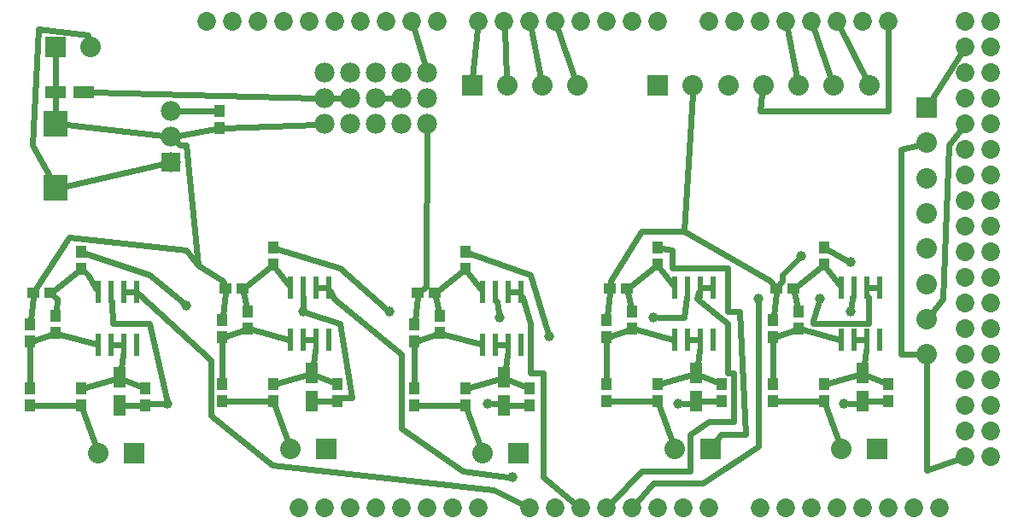
<source format=gtl>
G04 MADE WITH FRITZING*
G04 WWW.FRITZING.ORG*
G04 DOUBLE SIDED*
G04 HOLES PLATED*
G04 CONTOUR ON CENTER OF CONTOUR VECTOR*
%ASAXBY*%
%FSLAX23Y23*%
%MOIN*%
%OFA0B0*%
%SFA1.0B1.0*%
%ADD10C,0.078000*%
%ADD11C,0.080000*%
%ADD12C,0.072917*%
%ADD13C,0.039370*%
%ADD14R,0.080000X0.080000*%
%ADD15R,0.078000X0.078000*%
%ADD16R,0.094488X0.102362*%
%ADD17R,0.078740X0.047244*%
%ADD18R,0.043307X0.047244*%
%ADD19R,0.024000X0.087000*%
%ADD20R,0.047244X0.078740*%
%ADD21R,0.047244X0.043307*%
%ADD22C,0.024000*%
%LNCOPPER1*%
G90*
G70*
G54D10*
X1500Y1807D03*
X1500Y1707D03*
X1500Y1607D03*
X1200Y1807D03*
X1200Y1707D03*
X1200Y1607D03*
X1300Y1807D03*
X1300Y1707D03*
X1300Y1607D03*
X1400Y1807D03*
X1400Y1707D03*
X1400Y1607D03*
X1600Y1807D03*
X1600Y1707D03*
X1600Y1607D03*
G54D11*
X3550Y1671D03*
X3550Y1534D03*
X3550Y1396D03*
X3550Y1258D03*
X3550Y1120D03*
X3550Y982D03*
X3550Y845D03*
X3550Y707D03*
X1775Y1757D03*
X1912Y1757D03*
X2050Y1757D03*
X2188Y1757D03*
G54D10*
X600Y1457D03*
X600Y1557D03*
X600Y1657D03*
G54D12*
X3000Y107D03*
X1400Y107D03*
X3100Y107D03*
X3200Y107D03*
X3300Y107D03*
X3400Y107D03*
X3700Y1507D03*
X3500Y107D03*
X3600Y107D03*
X1440Y2007D03*
X2000Y107D03*
X2100Y107D03*
X2200Y107D03*
X2300Y107D03*
X3700Y707D03*
X2400Y107D03*
X2500Y107D03*
X2600Y107D03*
X2700Y107D03*
X2200Y2007D03*
X3700Y1907D03*
X3700Y1107D03*
X3700Y307D03*
X1040Y2007D03*
X1800Y107D03*
X1800Y2007D03*
X3700Y1707D03*
X3700Y1307D03*
X3700Y907D03*
X3400Y2007D03*
X3700Y507D03*
X3300Y2007D03*
X3200Y2007D03*
X3100Y2007D03*
X3000Y2007D03*
X2900Y2007D03*
X2800Y2007D03*
X2700Y2007D03*
X840Y2007D03*
X1240Y2007D03*
X1640Y2007D03*
X1200Y107D03*
X1600Y107D03*
X2400Y2007D03*
X2000Y2007D03*
X3700Y2007D03*
X3700Y1807D03*
X3700Y1607D03*
X3700Y1407D03*
X3700Y1207D03*
X3700Y1007D03*
X3700Y807D03*
X3700Y607D03*
X3700Y407D03*
X740Y2007D03*
X940Y2007D03*
X1140Y2007D03*
X1340Y2007D03*
X1540Y2007D03*
X1100Y107D03*
X1300Y107D03*
X1500Y107D03*
X1700Y107D03*
X2500Y2007D03*
X2300Y2007D03*
X2100Y2007D03*
X1900Y2007D03*
X3800Y2007D03*
X3800Y1907D03*
X3800Y1807D03*
X3800Y1707D03*
X3800Y1607D03*
X3800Y1507D03*
X3800Y1407D03*
X3800Y1307D03*
X3800Y1207D03*
X3800Y1107D03*
X3800Y1007D03*
X3800Y907D03*
X3800Y807D03*
X3800Y707D03*
X3800Y607D03*
X3800Y507D03*
X3800Y407D03*
X3800Y307D03*
X2900Y107D03*
G54D11*
X2499Y1757D03*
X2637Y1757D03*
X2775Y1757D03*
X2912Y1757D03*
X3050Y1757D03*
X3188Y1757D03*
X3326Y1757D03*
X150Y1907D03*
X288Y1907D03*
X455Y320D03*
X318Y320D03*
X1205Y337D03*
X1068Y337D03*
X1955Y320D03*
X1818Y320D03*
X2705Y337D03*
X2568Y337D03*
X3355Y337D03*
X3218Y337D03*
G54D13*
X3132Y923D03*
X2892Y923D03*
X588Y515D03*
X3252Y875D03*
X3228Y515D03*
X2484Y851D03*
X2580Y515D03*
X1884Y851D03*
X1836Y515D03*
X1116Y875D03*
X3060Y1091D03*
X660Y899D03*
X3252Y1067D03*
X2076Y779D03*
X1452Y875D03*
X1932Y227D03*
G54D14*
X3550Y1671D03*
X1775Y1757D03*
G54D15*
X600Y1457D03*
G54D16*
X150Y1357D03*
X150Y1609D03*
G54D17*
X260Y1731D03*
X150Y1731D03*
G54D18*
X789Y1591D03*
X789Y1658D03*
X50Y574D03*
X50Y507D03*
X2950Y591D03*
X2950Y524D03*
X2300Y591D03*
X2300Y524D03*
X1550Y574D03*
X1550Y507D03*
X800Y591D03*
X800Y524D03*
X250Y1040D03*
X250Y1107D03*
X3150Y1057D03*
X3150Y1124D03*
X2500Y1057D03*
X2500Y1124D03*
X1000Y1057D03*
X1000Y1124D03*
X1750Y1040D03*
X1750Y1107D03*
G54D14*
X2499Y1757D03*
X150Y1907D03*
G54D18*
X500Y574D03*
X500Y507D03*
X3400Y591D03*
X3400Y524D03*
X2750Y591D03*
X2750Y524D03*
X2000Y574D03*
X2000Y507D03*
X1250Y591D03*
X1250Y524D03*
X50Y824D03*
X50Y757D03*
X2950Y841D03*
X2950Y774D03*
X2300Y841D03*
X2300Y774D03*
X1550Y824D03*
X1550Y757D03*
X800Y841D03*
X800Y774D03*
G54D14*
X455Y320D03*
G54D19*
X368Y746D03*
X318Y952D03*
X418Y952D03*
X418Y746D03*
X368Y952D03*
X468Y746D03*
X468Y952D03*
X318Y746D03*
X2618Y763D03*
X2568Y969D03*
X2668Y969D03*
X2668Y763D03*
X2618Y969D03*
X2718Y763D03*
X2718Y969D03*
X2568Y763D03*
X3268Y763D03*
X3218Y969D03*
X3318Y969D03*
X3318Y763D03*
X3268Y969D03*
X3368Y763D03*
X3368Y969D03*
X3218Y763D03*
X1868Y746D03*
X1818Y952D03*
X1918Y952D03*
X1918Y746D03*
X1868Y952D03*
X1968Y746D03*
X1968Y952D03*
X1818Y746D03*
X1118Y763D03*
X1068Y969D03*
X1168Y969D03*
X1168Y763D03*
X1118Y969D03*
X1218Y763D03*
X1218Y969D03*
X1068Y763D03*
G54D20*
X400Y507D03*
X400Y617D03*
X2650Y524D03*
X2650Y634D03*
X3300Y524D03*
X3300Y634D03*
X1900Y507D03*
X1900Y617D03*
X1150Y524D03*
X1150Y634D03*
G54D18*
X250Y574D03*
X250Y507D03*
X3150Y591D03*
X3150Y524D03*
X2500Y591D03*
X2500Y524D03*
X1750Y574D03*
X1750Y507D03*
X1000Y591D03*
X1000Y524D03*
G54D21*
X131Y948D03*
X64Y948D03*
X3030Y965D03*
X2964Y965D03*
X2380Y965D03*
X2314Y965D03*
X1631Y948D03*
X1564Y948D03*
X881Y965D03*
X814Y965D03*
G54D18*
X150Y790D03*
X150Y857D03*
X3050Y807D03*
X3050Y874D03*
X2400Y807D03*
X2400Y874D03*
X1650Y790D03*
X1650Y857D03*
X900Y807D03*
X900Y874D03*
G54D14*
X1205Y337D03*
X1955Y320D03*
X2705Y337D03*
X3355Y337D03*
G54D22*
X2899Y1658D02*
X3400Y1658D01*
D02*
X3400Y1658D02*
X3400Y1977D01*
D02*
X2908Y1726D02*
X2899Y1658D01*
D02*
X3006Y1977D02*
X3044Y1787D01*
D02*
X3110Y1978D02*
X3178Y1786D01*
D02*
X3214Y1980D02*
X3312Y1785D01*
D02*
X3549Y255D02*
X3550Y676D01*
D02*
X3672Y297D02*
X3549Y255D01*
D02*
X3684Y1881D02*
X3567Y1698D01*
D02*
X1797Y1977D02*
X1778Y1788D01*
D02*
X1902Y1977D02*
X1911Y1788D01*
D02*
X2006Y1977D02*
X2044Y1787D01*
D02*
X2110Y1978D02*
X2178Y1786D01*
D02*
X3450Y1507D02*
X3520Y1526D01*
D02*
X3450Y707D02*
X3450Y1507D01*
D02*
X3519Y707D02*
X3450Y707D01*
D02*
X100Y507D02*
X234Y507D01*
D02*
X66Y507D02*
X100Y507D01*
D02*
X51Y757D02*
X50Y757D01*
D02*
X50Y592D02*
X51Y757D01*
D02*
X307Y350D02*
X257Y489D01*
D02*
X382Y612D02*
X266Y578D01*
D02*
X412Y708D02*
X405Y651D01*
D02*
X418Y609D02*
X484Y581D01*
D02*
X418Y507D02*
X484Y507D01*
D02*
X311Y747D02*
X166Y786D01*
D02*
X234Y1028D02*
X149Y962D01*
D02*
X1170Y1606D02*
X805Y1592D01*
D02*
X773Y1588D02*
X630Y1562D01*
D02*
X773Y1658D02*
X630Y1657D01*
D02*
X150Y1749D02*
X150Y1876D01*
D02*
X150Y1712D02*
X150Y1654D01*
D02*
X192Y1604D02*
X570Y1560D01*
D02*
X800Y756D02*
X800Y609D01*
D02*
X812Y948D02*
X802Y859D01*
D02*
X896Y892D02*
X884Y948D01*
D02*
X899Y979D02*
X984Y1044D01*
D02*
X1014Y1039D02*
X1061Y977D01*
D02*
X1016Y595D02*
X1132Y629D01*
D02*
X1155Y668D02*
X1162Y725D01*
D02*
X1168Y626D02*
X1234Y598D01*
D02*
X1168Y524D02*
X1234Y524D01*
D02*
X984Y524D02*
X816Y524D01*
D02*
X1007Y506D02*
X1057Y367D01*
D02*
X1734Y507D02*
X1566Y507D01*
D02*
X1550Y739D02*
X1550Y592D01*
D02*
X1566Y762D02*
X1634Y785D01*
D02*
X1562Y932D02*
X1552Y842D01*
D02*
X1646Y875D02*
X1634Y932D01*
D02*
X1649Y962D02*
X1734Y1028D01*
D02*
X1764Y1022D02*
X1811Y960D01*
D02*
X1666Y786D02*
X1811Y747D01*
D02*
X916Y803D02*
X1061Y764D01*
D02*
X884Y802D02*
X816Y779D01*
D02*
X2384Y802D02*
X2316Y779D01*
D02*
X2300Y756D02*
X2300Y609D01*
D02*
X2416Y803D02*
X2561Y764D01*
D02*
X2312Y948D02*
X2302Y859D01*
D02*
X2396Y892D02*
X2384Y948D01*
D02*
X2399Y979D02*
X2484Y1044D01*
D02*
X2514Y1039D02*
X2561Y977D01*
D02*
X1766Y578D02*
X1882Y612D01*
D02*
X1905Y651D02*
X1912Y708D01*
D02*
X1918Y609D02*
X1984Y581D01*
D02*
X1918Y507D02*
X1984Y507D01*
D02*
X1757Y489D02*
X1807Y350D01*
D02*
X2655Y668D02*
X2662Y725D01*
D02*
X2632Y629D02*
X2516Y595D01*
D02*
X2668Y626D02*
X2734Y598D01*
D02*
X2668Y524D02*
X2734Y524D01*
D02*
X2557Y367D02*
X2507Y506D01*
D02*
X2484Y524D02*
X2316Y524D01*
D02*
X134Y785D02*
X66Y762D01*
D02*
X3134Y524D02*
X2966Y524D01*
D02*
X3157Y506D02*
X3207Y367D01*
D02*
X2950Y756D02*
X2950Y609D01*
D02*
X2966Y779D02*
X3034Y802D01*
D02*
X2952Y859D02*
X2962Y948D01*
D02*
X3046Y892D02*
X3034Y948D01*
D02*
X3049Y979D02*
X3134Y1044D01*
D02*
X3164Y1039D02*
X3211Y977D01*
D02*
X3066Y803D02*
X3211Y764D01*
D02*
X3166Y595D02*
X3282Y629D01*
D02*
X3318Y524D02*
X3384Y524D01*
D02*
X3318Y626D02*
X3384Y598D01*
D02*
X3305Y668D02*
X3312Y725D01*
D02*
X571Y1450D02*
X192Y1366D01*
D02*
X152Y875D02*
X156Y923D01*
X156Y923D02*
X147Y932D01*
D02*
X311Y962D02*
X276Y1019D01*
X276Y1019D02*
X266Y1027D01*
D02*
X1592Y1836D02*
X1549Y1978D01*
D02*
X2624Y763D02*
X2661Y763D01*
D02*
X1124Y763D02*
X1161Y763D01*
D02*
X1874Y746D02*
X1911Y746D01*
D02*
X411Y746D02*
X374Y746D01*
D02*
X3274Y763D02*
X3311Y763D01*
D02*
X3682Y1583D02*
X3636Y1523D01*
X3636Y1523D02*
X3612Y923D01*
X3612Y923D02*
X3569Y869D01*
D02*
X1924Y952D02*
X1961Y952D01*
D02*
X2177Y126D02*
X2052Y227D01*
X2052Y227D02*
X2052Y635D01*
X2052Y635D02*
X2004Y635D01*
X2004Y635D02*
X2004Y827D01*
X2004Y827D02*
X1974Y930D01*
D02*
X125Y1403D02*
X60Y1523D01*
X60Y1523D02*
X84Y1979D01*
X84Y1979D02*
X276Y1955D01*
X276Y1955D02*
X280Y1937D01*
D02*
X424Y952D02*
X461Y952D01*
D02*
X1973Y121D02*
X1860Y179D01*
X1860Y179D02*
X996Y275D01*
X996Y275D02*
X756Y467D01*
X756Y467D02*
X756Y683D01*
X756Y683D02*
X474Y946D01*
D02*
X645Y911D02*
X516Y1019D01*
X516Y1019D02*
X266Y1102D01*
D02*
X3235Y1076D02*
X3166Y1115D01*
D02*
X2711Y969D02*
X2674Y969D01*
D02*
X2321Y129D02*
X2436Y251D01*
X2436Y251D02*
X2628Y251D01*
X2628Y251D02*
X2628Y395D01*
X2628Y395D02*
X2700Y443D01*
X2700Y443D02*
X2796Y443D01*
X2796Y443D02*
X2796Y635D01*
X2796Y635D02*
X2772Y635D01*
X2772Y635D02*
X2772Y827D01*
X2772Y827D02*
X2652Y923D01*
X2652Y923D02*
X2661Y950D01*
D02*
X2724Y362D02*
X2748Y395D01*
X2748Y395D02*
X2844Y395D01*
X2844Y395D02*
X2820Y875D01*
X2820Y875D02*
X2772Y875D01*
X2772Y875D02*
X2772Y1043D01*
X2772Y1043D02*
X2556Y1043D01*
X2556Y1043D02*
X2556Y1115D01*
X2556Y1115D02*
X2516Y1121D01*
D02*
X2071Y797D02*
X2004Y1019D01*
X2004Y1019D02*
X1766Y1101D01*
D02*
X1174Y969D02*
X1211Y969D01*
D02*
X1913Y229D02*
X1740Y251D01*
X1740Y251D02*
X1500Y419D01*
X1500Y419D02*
X1500Y707D01*
X1500Y707D02*
X1236Y923D01*
X1236Y923D02*
X1224Y953D01*
D02*
X1438Y888D02*
X1260Y1043D01*
X1260Y1043D02*
X1016Y1119D01*
D02*
X2976Y981D02*
X2988Y995D01*
X2988Y995D02*
X2988Y1019D01*
X2988Y1019D02*
X3047Y1078D01*
D02*
X809Y981D02*
X804Y995D01*
X804Y995D02*
X708Y1055D01*
X708Y1055D02*
X660Y1523D01*
X660Y1523D02*
X636Y1523D01*
X636Y1523D02*
X622Y1536D01*
D02*
X2315Y981D02*
X2316Y995D01*
X2316Y995D02*
X2436Y1187D01*
X2436Y1187D02*
X2604Y1187D01*
X2604Y1187D02*
X2940Y995D01*
X2940Y995D02*
X2951Y981D01*
D02*
X1582Y961D02*
X1596Y971D01*
X1596Y971D02*
X1596Y1019D01*
X1596Y1019D02*
X1600Y1577D01*
D02*
X74Y964D02*
X204Y1163D01*
X204Y1163D02*
X660Y1115D01*
X660Y1115D02*
X708Y1055D01*
D02*
X52Y842D02*
X62Y932D01*
D02*
X2635Y1726D02*
X2604Y1187D01*
D02*
X1270Y1707D02*
X1230Y1707D01*
D02*
X1470Y1707D02*
X1430Y1707D01*
D02*
X1117Y931D02*
X1116Y894D01*
D02*
X1250Y524D02*
X1260Y539D01*
X1260Y539D02*
X1308Y539D01*
X1308Y539D02*
X1260Y827D01*
X1260Y827D02*
X1134Y869D01*
D02*
X1900Y507D02*
X1884Y515D01*
X1884Y515D02*
X1855Y515D01*
D02*
X1874Y914D02*
X1881Y870D01*
D02*
X2632Y517D02*
X2628Y515D01*
X2628Y515D02*
X2599Y515D01*
D02*
X2613Y931D02*
X2604Y851D01*
X2604Y851D02*
X2503Y851D01*
D02*
X3282Y517D02*
X3276Y515D01*
X3276Y515D02*
X3247Y515D01*
D02*
X3261Y931D02*
X3255Y894D01*
D02*
X500Y507D02*
X516Y515D01*
X516Y515D02*
X569Y515D01*
D02*
X369Y914D02*
X372Y827D01*
X372Y827D02*
X516Y827D01*
X516Y827D02*
X584Y534D01*
D02*
X294Y1730D02*
X1170Y1708D01*
D02*
X3361Y969D02*
X3324Y969D01*
D02*
X2420Y130D02*
X2484Y203D01*
X2484Y203D02*
X2676Y203D01*
X2676Y203D02*
X2892Y347D01*
X2892Y347D02*
X2892Y904D01*
D02*
X3127Y905D02*
X3108Y839D01*
X3108Y839D02*
X3108Y827D01*
X3108Y827D02*
X3324Y827D01*
X3324Y827D02*
X3324Y923D01*
X3324Y923D02*
X3323Y931D01*
G04 End of Copper1*
M02*
</source>
